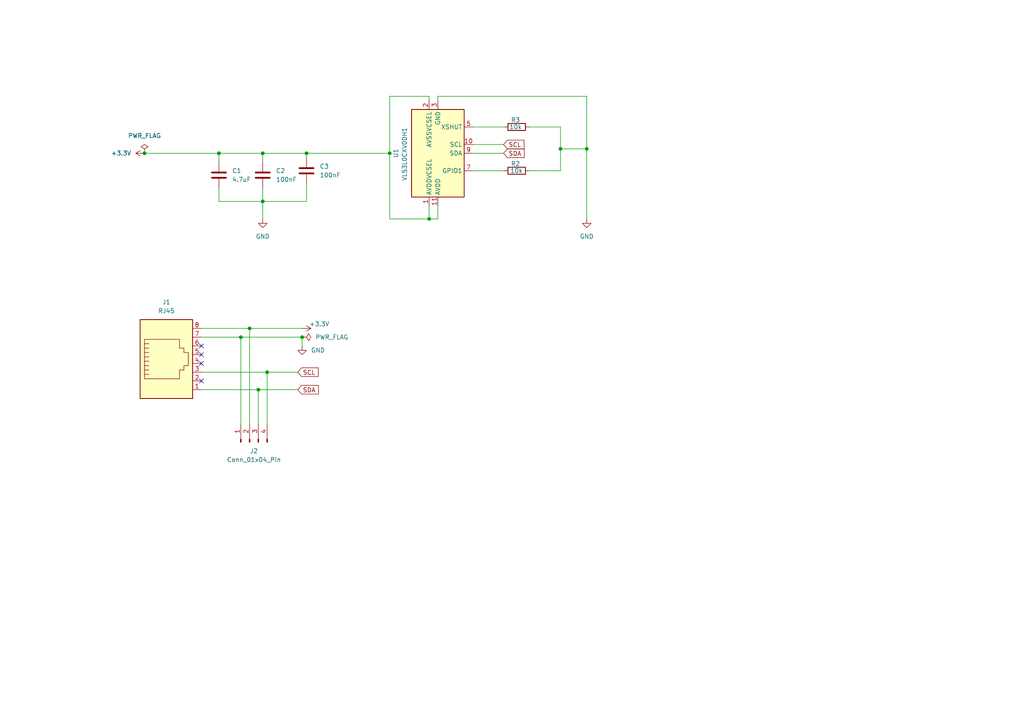
<source format=kicad_sch>
(kicad_sch (version 20250114) (generator "eeschema") (generator_version "9.0")
  (paper "A4")
  (title_block (title "ToF Board") (date "2025-03-09") (rev "0.3") (comment 1 "This RJ45 connected ToF sensor allows the measurement of a water well (from the lid down)."))
  (lib_symbols
    (symbol "Connector:Conn_01x04_Pin" (pin_names (offset 1.016) (hide yes))
      (property "Reference" "J" (at 0 5.08 0))
      (property "Value" "Conn_01x04_Pin" (at 0 -7.62 0))
      (symbol "Conn_01x04_Pin_1_1"
        (rectangle (start 0.8636 2.667) (end 0 2.413) (stroke (width 0.1524)) (fill (type outline)))
        (rectangle (start 0.8636 0.127) (end 0 -0.127) (stroke (width 0.1524)) (fill (type outline)))
        (rectangle (start 0.8636 -2.413) (end 0 -2.667) (stroke (width 0.1524)) (fill (type outline)))
        (rectangle (start 0.8636 -4.953) (end 0 -5.207) (stroke (width 0.1524)) (fill (type outline)))
        (polyline (pts (xy 1.27 2.54) (xy 0.8636 2.54)) (stroke (width 0.1524)))
        (polyline (pts (xy 1.27 0) (xy 0.8636 0)) (stroke (width 0.1524)))
        (polyline (pts (xy 1.27 -2.54) (xy 0.8636 -2.54)) (stroke (width 0.1524)))
        (polyline (pts (xy 1.27 -5.08) (xy 0.8636 -5.08)) (stroke (width 0.1524)))
        (pin passive line (at 5.08 2.54 180) (length 3.81) (name "Pin_1") (number "1"))
        (pin passive line (at 5.08 0 180) (length 3.81) (name "Pin_2") (number "2"))
        (pin passive line (at 5.08 -2.54 180) (length 3.81) (name "Pin_3") (number "3"))
        (pin passive line (at 5.08 -5.08 180) (length 3.81) (name "Pin_4") (number "4"))
      )
    )
    (symbol "Connector:RJ45" (pin_names (offset 1.016))
      (property "Reference" "J" (at -5.08 13.97 0))
      (property "Value" "RJ45" (at 2.54 13.97 0))
      (symbol "RJ45_0_1"
        (polyline (pts (xy -6.35 1.905) (xy -5.08 1.905) (xy -5.08 1.905)))
        (polyline (pts (xy -6.35 0.635) (xy -5.08 0.635) (xy -5.08 0.635)))
        (polyline (pts (xy -6.35 -0.635) (xy -5.08 -0.635) (xy -5.08 -0.635)))
        (polyline (pts (xy -6.35 -1.905) (xy -5.08 -1.905) (xy -5.08 -1.905)))
        (polyline (pts (xy -6.35 -3.175) (xy -5.08 -3.175) (xy -5.08 -3.175)))
        (polyline (pts (xy -6.35 -4.445) (xy -6.35 6.985) (xy 3.81 6.985) (xy 3.81 4.445) (xy 5.08 4.445) (xy 5.08 3.175) (xy 6.35 3.175) (xy 6.35 -0.635) (xy 5.08 -0.635) (xy 5.08 -1.905) (xy 3.81 -1.905) (xy 3.81 -4.445) (xy -6.35 -4.445) (xy -6.35 -4.445)))
        (polyline (pts (xy -5.08 5.715) (xy -6.35 5.715)))
        (polyline (pts (xy -5.08 4.445) (xy -6.35 4.445)))
        (polyline (pts (xy -5.08 3.175) (xy -6.35 3.175) (xy -6.35 3.175)))
        (rectangle (start 7.62 12.7) (end -7.62 -10.16) (stroke (width 0.254)) (fill (type background)))
      )
      (symbol "RJ45_1_1"
        (pin passive line (at 10.16 10.16 180) (length 2.54) (name "~") (number "8"))
        (pin passive line (at 10.16 7.62 180) (length 2.54) (name "~") (number "7"))
        (pin passive line (at 10.16 5.08 180) (length 2.54) (name "~") (number "6"))
        (pin passive line (at 10.16 2.54 180) (length 2.54) (name "~") (number "5"))
        (pin passive line (at 10.16 0 180) (length 2.54) (name "~") (number "4"))
        (pin passive line (at 10.16 -2.54 180) (length 2.54) (name "~") (number "3"))
        (pin passive line (at 10.16 -5.08 180) (length 2.54) (name "~") (number "2"))
        (pin passive line (at 10.16 -7.62 180) (length 2.54) (name "~") (number "1"))
      )
    )
    (symbol "Device:C" (pin_numbers (hide yes)) (pin_names (offset 0.254))
      (property "Reference" "C" (at 0.635 2.54 0))
      (property "Value" "C" (at 0.635 -2.54 0))
      (symbol "C_0_1"
        (polyline (pts (xy -2.032 0.762) (xy 2.032 0.762)) (stroke (width 0.508)))
        (polyline (pts (xy -2.032 -0.762) (xy 2.032 -0.762)) (stroke (width 0.508)))
      )
      (symbol "C_1_1"
        (pin passive line (at 0 3.81 270) (length 2.794) (name "~") (number "1"))
        (pin passive line (at 0 -3.81 90) (length 2.794) (name "~") (number "2"))
      )
    )
    (symbol "Device:R" (pin_numbers (hide yes)) (pin_names (offset 0))
      (property "Reference" "R" (at 2.032 0 90))
      (property "Value" "R" (at 0 0 90))
      (symbol "R_0_1"
        (rectangle (start -1.016 -2.54) (end 1.016 2.54) (stroke (width 0.254)))
      )
      (symbol "R_1_1"
        (pin passive line (at 0 3.81 270) (length 1.27) (name "~") (number "1"))
        (pin passive line (at 0 -3.81 90) (length 1.27) (name "~") (number "2"))
      )
    )
    (symbol "Sensor_Distance:VL53L0CXV0DH1"
      (property "Reference" "U" (at -6.35 13.97 0))
      (property "Value" "VL53L0CXV0DH1" (at 12.065 13.97 0))
      (symbol "VL53L0CXV0DH1_0_1"
        (rectangle (start -7.62 12.7) (end 7.62 -12.7) (stroke (width 0.254)) (fill (type background)))
      )
      (symbol "VL53L0CXV0DH1_1_1"
        (pin open_collector line (at -10.16 5.08 0) (length 2.54) (name "GPIO1") (number "7"))
        (pin bidirectional line (at -10.16 0 0) (length 2.54) (name "SDA") (number "9"))
        (pin input line (at -10.16 -2.54 0) (length 2.54) (name "SCL") (number "10"))
        (pin input line (at -10.16 -7.62 0) (length 2.54) (name "XSHUT") (number "5"))
        (pin no_connect line (at -7.62 7.62 0) (length 2.54) (hide yes) (name "DNC") (number "8"))
        (pin power_in line (at 0 15.24 270) (length 2.54) (name "AVDD") (number "11"))
        (pin passive line (at 0 -15.24 90) (length 2.54) (hide yes) (name "GND") (number "12"))
        (pin power_in line (at 0 -15.24 90) (length 2.54) (name "GND") (number "3"))
        (pin passive line (at 0 -15.24 90) (length 2.54) (hide yes) (name "GND") (number "4"))
        (pin passive line (at 0 -15.24 90) (length 2.54) (hide yes) (name "GND") (number "6"))
        (pin power_in line (at 2.54 15.24 270) (length 2.54) (name "AVDDVCSEL") (number "1"))
        (pin power_in line (at 2.54 -15.24 90) (length 2.54) (name "AVSSVCSEL") (number "2"))
      )
    )
    (symbol "power:+3.3V" (power) (pin_numbers (hide yes)) (pin_names (offset 0) (hide yes))
      (property "Value" "+3.3V" (at 0 3.556 0))
      (symbol "+3.3V_0_1"
        (polyline (pts (xy -0.762 1.27) (xy 0 2.54)))
        (polyline (pts (xy 0 2.54) (xy 0.762 1.27)))
        (polyline (pts (xy 0 0) (xy 0 2.54)))
      )
      (symbol "+3.3V_1_1"
        (pin power_in line (at 0 0 90) (length 0) (name "~") (number "1"))
      )
    )
    (symbol "power:GND" (power) (pin_numbers (hide yes)) (pin_names (offset 0) (hide yes))
      (property "Value" "GND" (at 0 -3.81 0))
      (symbol "GND_0_1"
        (polyline (pts (xy 0 0) (xy 0 -1.27) (xy 1.27 -1.27) (xy 0 -2.54) (xy -1.27 -1.27) (xy 0 -1.27)))
      )
      (symbol "GND_1_1"
        (pin power_in line (at 0 0 270) (length 0) (name "~") (number "1"))
      )
    )
    (symbol "power:PWR_FLAG" (power) (pin_numbers (hide yes)) (pin_names (offset 0) (hide yes))
      (property "Value" "PWR_FLAG" (at 0 3.81 0))
      (symbol "PWR_FLAG_0_0"
        (pin power_out line (at 0 0 90) (length 0) (name "~") (number "1"))
      )
      (symbol "PWR_FLAG_0_1"
        (polyline (pts (xy 0 0) (xy 0 1.27) (xy -1.016 1.905) (xy 0 2.54) (xy 1.016 1.905) (xy 0 1.27)))
      )
    )
  )
  (junction (at 170.18 43.18))
  (junction (at 124.46 63.5))
  (junction (at 76.2 58.42))
  (junction (at 77.47 107.95))
  (junction (at 41.91 44.45))
  (junction (at 76.2 44.45))
  (junction (at 87.63 97.79))
  (junction (at 113.03 44.45))
  (junction (at 69.85 97.79))
  (junction (at 72.39 95.25))
  (junction (at 74.93 113.03))
  (junction (at 162.56 43.18))
  (junction (at 63.5 44.45))
  (junction (at 88.9 44.45))
  (no_connect (at 58.42 102.87))
  (no_connect (at 58.42 110.49))
  (no_connect (at 58.42 105.41))
  (no_connect (at 58.42 100.33))
  (wire (pts (xy 170.18 27.94) (xy 170.18 43.18)))
  (wire (pts (xy 124.46 29.21) (xy 124.46 27.94)))
  (wire (pts (xy 76.2 44.45) (xy 76.2 46.99)))
  (wire (pts (xy 77.47 107.95) (xy 86.36 107.95)))
  (wire (pts (xy 124.46 27.94) (xy 113.03 27.94)))
  (wire (pts (xy 63.5 54.61) (xy 63.5 58.42)))
  (wire (pts (xy 58.42 97.79) (xy 69.85 97.79)))
  (wire (pts (xy 88.9 44.45) (xy 88.9 45.72)))
  (wire (pts (xy 153.67 36.83) (xy 162.56 36.83)))
  (wire (pts (xy 63.5 58.42) (xy 76.2 58.42)))
  (wire (pts (xy 69.85 97.79) (xy 87.63 97.79)))
  (wire (pts (xy 88.9 44.45) (xy 113.03 44.45)))
  (wire (pts (xy 137.16 36.83) (xy 146.05 36.83)))
  (wire (pts (xy 137.16 49.53) (xy 146.05 49.53)))
  (wire (pts (xy 76.2 58.42) (xy 88.9 58.42)))
  (wire (pts (xy 41.91 44.45) (xy 63.5 44.45)))
  (wire (pts (xy 113.03 63.5) (xy 124.46 63.5)))
  (wire (pts (xy 124.46 59.69) (xy 124.46 63.5)))
  (wire (pts (xy 76.2 58.42) (xy 76.2 63.5)))
  (wire (pts (xy 162.56 43.18) (xy 170.18 43.18)))
  (wire (pts (xy 58.42 113.03) (xy 74.93 113.03)))
  (wire (pts (xy 127 27.94) (xy 170.18 27.94)))
  (wire (pts (xy 88.9 53.34) (xy 88.9 58.42)))
  (wire (pts (xy 74.93 113.03) (xy 74.93 123.19)))
  (wire (pts (xy 69.85 97.79) (xy 69.85 123.19)))
  (wire (pts (xy 76.2 44.45) (xy 88.9 44.45)))
  (wire (pts (xy 58.42 95.25) (xy 72.39 95.25)))
  (wire (pts (xy 87.63 97.79) (xy 87.63 100.33)))
  (wire (pts (xy 72.39 95.25) (xy 72.39 123.19)))
  (wire (pts (xy 127 59.69) (xy 127 63.5)))
  (wire (pts (xy 113.03 44.45) (xy 113.03 63.5)))
  (wire (pts (xy 63.5 44.45) (xy 76.2 44.45)))
  (wire (pts (xy 162.56 43.18) (xy 162.56 36.83)))
  (wire (pts (xy 170.18 63.5) (xy 170.18 43.18)))
  (wire (pts (xy 113.03 27.94) (xy 113.03 44.45)))
  (wire (pts (xy 72.39 95.25) (xy 87.63 95.25)))
  (wire (pts (xy 58.42 107.95) (xy 77.47 107.95)))
  (wire (pts (xy 124.46 63.5) (xy 127 63.5)))
  (wire (pts (xy 137.16 44.45) (xy 146.05 44.45)))
  (wire (pts (xy 63.5 44.45) (xy 63.5 46.99)))
  (wire (pts (xy 137.16 41.91) (xy 146.05 41.91)))
  (wire (pts (xy 77.47 107.95) (xy 77.47 123.19)))
  (wire (pts (xy 74.93 113.03) (xy 86.36 113.03)))
  (wire (pts (xy 127 27.94) (xy 127 29.21)))
  (wire (pts (xy 76.2 54.61) (xy 76.2 58.42)))
  (wire (pts (xy 162.56 43.18) (xy 162.56 49.53)))
  (wire (pts (xy 153.67 49.53) (xy 162.56 49.53)))
  (global_label "SDA" (shape input) (at 86.36 113.03 0) (property "Intersheetrefs" "${INTERSHEET_REFS}" (effects (hide yes))))
  (global_label "SCL" (shape input) (at 146.05 41.91 0) (property "Intersheetrefs" "${INTERSHEET_REFS}" (effects (hide yes))))
  (global_label "SCL" (shape input) (at 86.36 107.95 0) (property "Intersheetrefs" "${INTERSHEET_REFS}" (effects (hide yes))))
  (global_label "SDA" (shape input) (at 146.05 44.45 0) (property "Intersheetrefs" "${INTERSHEET_REFS}" (effects (hide yes))))
  (symbol (lib_id "Device:R") (at 149.86 36.83 270) (unit 1)
    (property "Reference" "R3" (at 150.876 34.798 90) (effects (justify right)))
    (property "Value" "10k" (at 151.384 36.83 90) (effects (justify right)))
    (property "Footprint" "Resistor_SMD:R_1206_3216Metric_Pad1.30x1.75mm_HandSolder" (effects (hide yes)))
    (property "Description" "Resistor" (effects (hide yes)))
  )
  (symbol (lib_id "power:GND") (at 87.63 100.33 0) (unit 1)
    (property "Reference" "#PWR01" (effects (hide yes)))
    (property "Value" "GND" (at 90.17 101.5999 0) (effects (justify left)))
    (property "Description" "Power symbol creates a global label with name \"GND\" , ground" (effects (hide yes)))
  )
  (symbol (lib_id "Connector:Conn_01x04_Pin") (at 72.39 128.27 90) (unit 1)
    (property "Reference" "J2" (at 73.66 130.81 90))
    (property "Value" "Conn_01x04_Pin" (at 73.66 133.35 90))
    (property "Footprint" "Connector_PinHeader_2.54mm:PinHeader_1x04_P2.54mm_Vertical" (effects (hide yes)))
    (property "Description" "Generic connector, single row, 01x04, script generated" (effects (hide yes)))
  )
  (symbol (lib_id "power:PWR_FLAG") (at 41.91 44.45 0) (unit 1)
    (property "Reference" "#FLG02" (effects (hide yes)))
    (property "Value" "PWR_FLAG" (at 41.91 39.37 0))
    (property "Description" "Special symbol for telling ERC where power comes from" (effects (hide yes)))
  )
  (symbol (lib_id "Device:C") (at 88.9 49.53 0) (unit 1)
    (property "Reference" "C3" (at 92.71 48.2599 0) (effects (justify left)))
    (property "Value" "100nF" (at 92.71 50.7999 0) (effects (justify left)))
    (property "Footprint" "Capacitor_SMD:C_1206_3216Metric_Pad1.33x1.80mm_HandSolder" (effects (hide yes)))
    (property "Description" "Unpolarized capacitor" (effects (hide yes)))
  )
  (symbol (lib_id "Device:R") (at 149.86 49.53 270) (unit 1)
    (property "Reference" "R2" (at 150.876 47.498 90) (effects (justify right)))
    (property "Value" "10k" (at 151.638 49.53 90) (effects (justify right)))
    (property "Footprint" "Resistor_SMD:R_1206_3216Metric_Pad1.30x1.75mm_HandSolder" (effects (hide yes)))
    (property "Description" "Resistor" (effects (hide yes)))
  )
  (symbol (lib_id "power:PWR_FLAG") (at 87.63 97.79 270) (unit 1)
    (property "Reference" "#FLG01" (effects (hide yes)))
    (property "Value" "PWR_FLAG" (at 91.44 97.7899 90) (effects (justify left)))
    (property "Description" "Special symbol for telling ERC where power comes from" (effects (hide yes)))
  )
  (symbol (lib_id "power:+3.3V") (at 87.63 95.25 270) (unit 1)
    (property "Reference" "#PWR07" (effects (hide yes)))
    (property "Value" "+3.3V" (at 89.662 93.98 90) (effects (justify left)))
    (property "Description" "Power symbol creates a global label with name \"+3.3V\"" (effects (hide yes)))
  )
  (symbol (lib_id "Device:C") (at 63.5 50.8 0) (unit 1)
    (property "Reference" "C1" (at 67.31 49.5299 0) (effects (justify left)))
    (property "Value" "4.7uF" (at 67.31 52.0699 0) (effects (justify left)))
    (property "Footprint" "Capacitor_SMD:C_1206_3216Metric_Pad1.33x1.80mm_HandSolder" (effects (hide yes)))
    (property "Description" "Unpolarized capacitor" (effects (hide yes)))
  )
  (symbol (lib_id "power:GND") (at 76.2 63.5 0) (unit 1)
    (property "Reference" "#PWR04" (effects (hide yes)))
    (property "Value" "GND" (at 76.2 68.58 0))
    (property "Description" "Power symbol creates a global label with name \"GND\" , ground" (effects (hide yes)))
  )
  (symbol (lib_id "Device:C") (at 76.2 50.8 0) (unit 1)
    (property "Reference" "C2" (at 80.01 49.5299 0) (effects (justify left)))
    (property "Value" "100nF" (at 80.01 52.0699 0) (effects (justify left)))
    (property "Footprint" "Capacitor_SMD:C_1206_3216Metric_Pad1.33x1.80mm_HandSolder" (effects (hide yes)))
    (property "Description" "Unpolarized capacitor" (effects (hide yes)))
  )
  (symbol (lib_id "Connector:RJ45") (at 48.26 105.41 0) (unit 1)
    (property "Reference" "J1" (at 48.26 87.63 0))
    (property "Value" "RJ45" (at 48.26 90.17 0))
    (property "Footprint" "Connector_RJ:RJ45_Amphenol_54602-x08_Horizontal" (effects (hide yes)))
    (property "Description" "RJ connector, 8P8C (8 positions 8 connected)" (effects (hide yes)))
  )
  (symbol (lib_id "power:GND") (at 170.18 63.5 0) (unit 1)
    (property "Reference" "#PWR06" (effects (hide yes)))
    (property "Value" "GND" (at 170.18 68.58 0))
    (property "Description" "Power symbol creates a global label with name \"GND\" , ground" (effects (hide yes)))
  )
  (symbol (lib_id "power:+3.3V") (at 41.91 44.45 90) (unit 1)
    (property "Reference" "#PWR03" (effects (hide yes)))
    (property "Value" "+3.3V" (at 38.1 44.4499 90) (effects (justify left)))
    (property "Description" "Power symbol creates a global label with name \"+3.3V\"" (effects (hide yes)))
  )
  (symbol (lib_id "Sensor_Distance:VL53L0CXV0DH1") (at 127 44.45 180) (unit 1)
    (property "Reference" "U1" (at 114.808 44.45 90))
    (property "Value" "VL53L0CXV0DH1" (at 117.348 44.704 90))
    (property "Footprint" "Sensor_Distance:ST_VL53L1x" (effects (hide yes)))
    (property "Datasheet" "https://www.st.com/resource/en/datasheet/vl53l0x.pdf" (effects (hide yes)))
    (property "Description" "2m distance ranging ToF sensor, Optical LGA12" (effects (hide yes)))
  )
)
</source>
